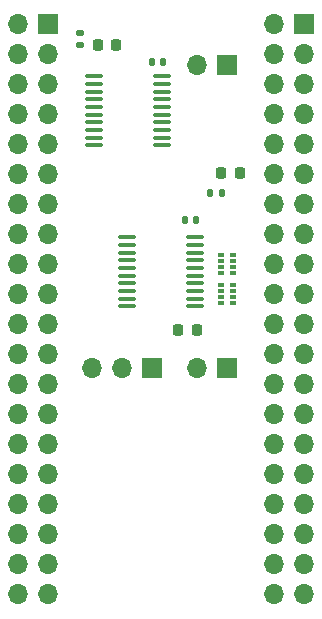
<source format=gbr>
%TF.GenerationSoftware,KiCad,Pcbnew,9.0.0*%
%TF.CreationDate,2025-03-31T20:31:44+01:00*%
%TF.ProjectId,TubeAdaptor,54756265-4164-4617-9074-6f722e6b6963,02a*%
%TF.SameCoordinates,Original*%
%TF.FileFunction,Soldermask,Top*%
%TF.FilePolarity,Negative*%
%FSLAX46Y46*%
G04 Gerber Fmt 4.6, Leading zero omitted, Abs format (unit mm)*
G04 Created by KiCad (PCBNEW 9.0.0) date 2025-03-31 20:31:44*
%MOMM*%
%LPD*%
G01*
G04 APERTURE LIST*
G04 Aperture macros list*
%AMRoundRect*
0 Rectangle with rounded corners*
0 $1 Rounding radius*
0 $2 $3 $4 $5 $6 $7 $8 $9 X,Y pos of 4 corners*
0 Add a 4 corners polygon primitive as box body*
4,1,4,$2,$3,$4,$5,$6,$7,$8,$9,$2,$3,0*
0 Add four circle primitives for the rounded corners*
1,1,$1+$1,$2,$3*
1,1,$1+$1,$4,$5*
1,1,$1+$1,$6,$7*
1,1,$1+$1,$8,$9*
0 Add four rect primitives between the rounded corners*
20,1,$1+$1,$2,$3,$4,$5,0*
20,1,$1+$1,$4,$5,$6,$7,0*
20,1,$1+$1,$6,$7,$8,$9,0*
20,1,$1+$1,$8,$9,$2,$3,0*%
G04 Aperture macros list end*
%ADD10R,0.500000X0.320000*%
%ADD11R,1.700000X1.700000*%
%ADD12O,1.700000X1.700000*%
%ADD13RoundRect,0.140000X0.140000X0.170000X-0.140000X0.170000X-0.140000X-0.170000X0.140000X-0.170000X0*%
%ADD14RoundRect,0.100000X-0.637500X-0.100000X0.637500X-0.100000X0.637500X0.100000X-0.637500X0.100000X0*%
%ADD15RoundRect,0.135000X-0.135000X-0.185000X0.135000X-0.185000X0.135000X0.185000X-0.135000X0.185000X0*%
%ADD16RoundRect,0.218750X0.218750X0.256250X-0.218750X0.256250X-0.218750X-0.256250X0.218750X-0.256250X0*%
%ADD17RoundRect,0.135000X-0.185000X0.135000X-0.185000X-0.135000X0.185000X-0.135000X0.185000X0.135000X0*%
%ADD18RoundRect,0.218750X-0.218750X-0.256250X0.218750X-0.256250X0.218750X0.256250X-0.218750X0.256250X0*%
G04 APERTURE END LIST*
D10*
%TO.C,RN1*%
X141630400Y-75438000D03*
X141630400Y-75938000D03*
X141630400Y-76438000D03*
X141630400Y-76938000D03*
X142630400Y-76938000D03*
X142630400Y-76438000D03*
X142630400Y-75938000D03*
X142630400Y-75438000D03*
%TD*%
%TO.C,RN2*%
X141630400Y-77990000D03*
X141630400Y-78490000D03*
X141630400Y-78990000D03*
X141630400Y-79490000D03*
X142630400Y-79490000D03*
X142630400Y-78990000D03*
X142630400Y-78490000D03*
X142630400Y-77990000D03*
%TD*%
D11*
%TO.C,JP1*%
X142138400Y-59309000D03*
D12*
X139598400Y-59309000D03*
%TD*%
D13*
%TO.C,C2*%
X139519600Y-72491600D03*
X138559600Y-72491600D03*
%TD*%
D11*
%TO.C,SERIAL1*%
X135788400Y-84963000D03*
D12*
X133248400Y-84963000D03*
X130708400Y-84963000D03*
%TD*%
D14*
%TO.C,IC2*%
X133687900Y-73910000D03*
X133687900Y-74560000D03*
X133687900Y-75210000D03*
X133687900Y-75860000D03*
X133687900Y-76510000D03*
X133687900Y-77160000D03*
X133687900Y-77810000D03*
X133687900Y-78460000D03*
X133687900Y-79110000D03*
X133687900Y-79760000D03*
X139412900Y-79760000D03*
X139412900Y-79110000D03*
X139412900Y-78460000D03*
X139412900Y-77810000D03*
X139412900Y-77160000D03*
X139412900Y-76510000D03*
X139412900Y-75860000D03*
X139412900Y-75210000D03*
X139412900Y-74560000D03*
X139412900Y-73910000D03*
%TD*%
D15*
%TO.C,R2*%
X140675900Y-70142100D03*
X141695900Y-70142100D03*
%TD*%
D16*
%TO.C,D2*%
X143230700Y-68491100D03*
X141655700Y-68491100D03*
%TD*%
%TO.C,D1*%
X132765900Y-57658000D03*
X131190900Y-57658000D03*
%TD*%
D17*
%TO.C,R1*%
X129692400Y-56640000D03*
X129692400Y-57660000D03*
%TD*%
D11*
%TO.C,PWR1*%
X142138400Y-84963000D03*
D12*
X139598400Y-84963000D03*
%TD*%
D11*
%TO.C,CN1*%
X148678900Y-55880000D03*
D12*
X146138900Y-55880000D03*
X148678900Y-58420000D03*
X146138900Y-58420000D03*
X148678900Y-60960000D03*
X146138900Y-60960000D03*
X148678900Y-63500000D03*
X146138900Y-63500000D03*
X148678900Y-66040000D03*
X146138900Y-66040000D03*
X148678900Y-68580000D03*
X146138900Y-68580000D03*
X148678900Y-71120000D03*
X146138900Y-71120000D03*
X148678900Y-73660000D03*
X146138900Y-73660000D03*
X148678900Y-76200000D03*
X146138900Y-76200000D03*
X148678900Y-78740000D03*
X146138900Y-78740000D03*
X148678900Y-81280000D03*
X146138900Y-81280000D03*
X148678900Y-83820000D03*
X146138900Y-83820000D03*
X148678900Y-86360000D03*
X146138900Y-86360000D03*
X148678900Y-88900000D03*
X146138900Y-88900000D03*
X148678900Y-91440000D03*
X146138900Y-91440000D03*
X148678900Y-93980000D03*
X146138900Y-93980000D03*
X148678900Y-96520000D03*
X146138900Y-96520000D03*
X148678900Y-99060000D03*
X146138900Y-99060000D03*
X148678900Y-101600000D03*
X146138900Y-101600000D03*
X148678900Y-104140000D03*
X146138900Y-104140000D03*
%TD*%
D13*
%TO.C,C1*%
X136723200Y-59055000D03*
X135763200Y-59055000D03*
%TD*%
D14*
%TO.C,IC1*%
X130893900Y-60295600D03*
X130893900Y-60945600D03*
X130893900Y-61595600D03*
X130893900Y-62245600D03*
X130893900Y-62895600D03*
X130893900Y-63545600D03*
X130893900Y-64195600D03*
X130893900Y-64845600D03*
X130893900Y-65495600D03*
X130893900Y-66145600D03*
X136618900Y-66145600D03*
X136618900Y-65495600D03*
X136618900Y-64845600D03*
X136618900Y-64195600D03*
X136618900Y-63545600D03*
X136618900Y-62895600D03*
X136618900Y-62245600D03*
X136618900Y-61595600D03*
X136618900Y-60945600D03*
X136618900Y-60295600D03*
%TD*%
D18*
%TO.C,F1*%
X138023400Y-81776000D03*
X139598400Y-81776000D03*
%TD*%
D11*
%TO.C,CN2*%
X126974600Y-55880000D03*
D12*
X124434600Y-55880000D03*
X126974600Y-58420000D03*
X124434600Y-58420000D03*
X126974600Y-60960000D03*
X124434600Y-60960000D03*
X126974600Y-63500000D03*
X124434600Y-63500000D03*
X126974600Y-66040000D03*
X124434600Y-66040000D03*
X126974600Y-68580000D03*
X124434600Y-68580000D03*
X126974600Y-71120000D03*
X124434600Y-71120000D03*
X126974600Y-73660000D03*
X124434600Y-73660000D03*
X126974600Y-76200000D03*
X124434600Y-76200000D03*
X126974600Y-78740000D03*
X124434600Y-78740000D03*
X126974600Y-81280000D03*
X124434600Y-81280000D03*
X126974600Y-83820000D03*
X124434600Y-83820000D03*
X126974600Y-86360000D03*
X124434600Y-86360000D03*
X126974600Y-88900000D03*
X124434600Y-88900000D03*
X126974600Y-91440000D03*
X124434600Y-91440000D03*
X126974600Y-93980000D03*
X124434600Y-93980000D03*
X126974600Y-96520000D03*
X124434600Y-96520000D03*
X126974600Y-99060000D03*
X124434600Y-99060000D03*
X126974600Y-101600000D03*
X124434600Y-101600000D03*
X126974600Y-104140000D03*
X124434600Y-104140000D03*
%TD*%
M02*

</source>
